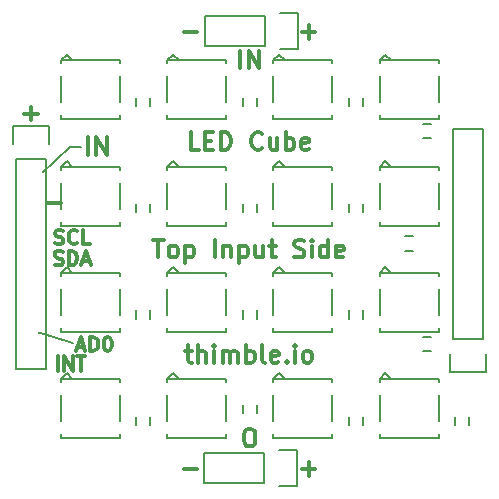
<source format=gbo>
G04 #@! TF.FileFunction,Legend,Top*
%FSLAX46Y46*%
G04 Gerber Fmt 4.6, Leading zero omitted, Abs format (unit mm)*
G04 Created by KiCad (PCBNEW 4.0.4-stable) date Fri Nov  4 09:48:08 2016*
%MOMM*%
%LPD*%
G01*
G04 APERTURE LIST*
%ADD10C,0.100000*%
%ADD11C,0.300000*%
%ADD12C,0.200000*%
%ADD13C,0.150000*%
%ADD14R,1.700000X1.100000*%
%ADD15C,2.032000*%
%ADD16R,1.727200X2.032000*%
%ADD17O,1.727200X2.032000*%
%ADD18R,0.750000X0.800000*%
%ADD19R,0.800000X0.750000*%
%ADD20R,2.032000X1.727200*%
%ADD21O,2.032000X1.727200*%
G04 APERTURE END LIST*
D10*
D11*
X147250285Y-133765857D02*
X147250285Y-132565857D01*
X147821714Y-133765857D02*
X147821714Y-132565857D01*
X148507429Y-133765857D01*
X148507429Y-132565857D01*
X148907429Y-132565857D02*
X149593143Y-132565857D01*
X149250286Y-133765857D02*
X149250286Y-132565857D01*
X158071428Y-132078571D02*
X158642857Y-132078571D01*
X158285714Y-131578571D02*
X158285714Y-132864286D01*
X158357142Y-133007143D01*
X158500000Y-133078571D01*
X158642857Y-133078571D01*
X159142857Y-133078571D02*
X159142857Y-131578571D01*
X159785714Y-133078571D02*
X159785714Y-132292857D01*
X159714285Y-132150000D01*
X159571428Y-132078571D01*
X159357143Y-132078571D01*
X159214285Y-132150000D01*
X159142857Y-132221429D01*
X160500000Y-133078571D02*
X160500000Y-132078571D01*
X160500000Y-131578571D02*
X160428571Y-131650000D01*
X160500000Y-131721429D01*
X160571428Y-131650000D01*
X160500000Y-131578571D01*
X160500000Y-131721429D01*
X161214286Y-133078571D02*
X161214286Y-132078571D01*
X161214286Y-132221429D02*
X161285714Y-132150000D01*
X161428572Y-132078571D01*
X161642857Y-132078571D01*
X161785714Y-132150000D01*
X161857143Y-132292857D01*
X161857143Y-133078571D01*
X161857143Y-132292857D02*
X161928572Y-132150000D01*
X162071429Y-132078571D01*
X162285714Y-132078571D01*
X162428572Y-132150000D01*
X162500000Y-132292857D01*
X162500000Y-133078571D01*
X163214286Y-133078571D02*
X163214286Y-131578571D01*
X163214286Y-132150000D02*
X163357143Y-132078571D01*
X163642857Y-132078571D01*
X163785714Y-132150000D01*
X163857143Y-132221429D01*
X163928572Y-132364286D01*
X163928572Y-132792857D01*
X163857143Y-132935714D01*
X163785714Y-133007143D01*
X163642857Y-133078571D01*
X163357143Y-133078571D01*
X163214286Y-133007143D01*
X164785715Y-133078571D02*
X164642857Y-133007143D01*
X164571429Y-132864286D01*
X164571429Y-131578571D01*
X165928571Y-133007143D02*
X165785714Y-133078571D01*
X165500000Y-133078571D01*
X165357143Y-133007143D01*
X165285714Y-132864286D01*
X165285714Y-132292857D01*
X165357143Y-132150000D01*
X165500000Y-132078571D01*
X165785714Y-132078571D01*
X165928571Y-132150000D01*
X166000000Y-132292857D01*
X166000000Y-132435714D01*
X165285714Y-132578571D01*
X166642857Y-132935714D02*
X166714285Y-133007143D01*
X166642857Y-133078571D01*
X166571428Y-133007143D01*
X166642857Y-132935714D01*
X166642857Y-133078571D01*
X167357143Y-133078571D02*
X167357143Y-132078571D01*
X167357143Y-131578571D02*
X167285714Y-131650000D01*
X167357143Y-131721429D01*
X167428571Y-131650000D01*
X167357143Y-131578571D01*
X167357143Y-131721429D01*
X168285715Y-133078571D02*
X168142857Y-133007143D01*
X168071429Y-132935714D01*
X168000000Y-132792857D01*
X168000000Y-132364286D01*
X168071429Y-132221429D01*
X168142857Y-132150000D01*
X168285715Y-132078571D01*
X168500000Y-132078571D01*
X168642857Y-132150000D01*
X168714286Y-132221429D01*
X168785715Y-132364286D01*
X168785715Y-132792857D01*
X168714286Y-132935714D01*
X168642857Y-133007143D01*
X168500000Y-133078571D01*
X168285715Y-133078571D01*
X155357143Y-122678571D02*
X156214286Y-122678571D01*
X155785715Y-124178571D02*
X155785715Y-122678571D01*
X156928572Y-124178571D02*
X156785714Y-124107143D01*
X156714286Y-124035714D01*
X156642857Y-123892857D01*
X156642857Y-123464286D01*
X156714286Y-123321429D01*
X156785714Y-123250000D01*
X156928572Y-123178571D01*
X157142857Y-123178571D01*
X157285714Y-123250000D01*
X157357143Y-123321429D01*
X157428572Y-123464286D01*
X157428572Y-123892857D01*
X157357143Y-124035714D01*
X157285714Y-124107143D01*
X157142857Y-124178571D01*
X156928572Y-124178571D01*
X158071429Y-123178571D02*
X158071429Y-124678571D01*
X158071429Y-123250000D02*
X158214286Y-123178571D01*
X158500000Y-123178571D01*
X158642857Y-123250000D01*
X158714286Y-123321429D01*
X158785715Y-123464286D01*
X158785715Y-123892857D01*
X158714286Y-124035714D01*
X158642857Y-124107143D01*
X158500000Y-124178571D01*
X158214286Y-124178571D01*
X158071429Y-124107143D01*
X160571429Y-124178571D02*
X160571429Y-122678571D01*
X161285715Y-123178571D02*
X161285715Y-124178571D01*
X161285715Y-123321429D02*
X161357143Y-123250000D01*
X161500001Y-123178571D01*
X161714286Y-123178571D01*
X161857143Y-123250000D01*
X161928572Y-123392857D01*
X161928572Y-124178571D01*
X162642858Y-123178571D02*
X162642858Y-124678571D01*
X162642858Y-123250000D02*
X162785715Y-123178571D01*
X163071429Y-123178571D01*
X163214286Y-123250000D01*
X163285715Y-123321429D01*
X163357144Y-123464286D01*
X163357144Y-123892857D01*
X163285715Y-124035714D01*
X163214286Y-124107143D01*
X163071429Y-124178571D01*
X162785715Y-124178571D01*
X162642858Y-124107143D01*
X164642858Y-123178571D02*
X164642858Y-124178571D01*
X164000001Y-123178571D02*
X164000001Y-123964286D01*
X164071429Y-124107143D01*
X164214287Y-124178571D01*
X164428572Y-124178571D01*
X164571429Y-124107143D01*
X164642858Y-124035714D01*
X165142858Y-123178571D02*
X165714287Y-123178571D01*
X165357144Y-122678571D02*
X165357144Y-123964286D01*
X165428572Y-124107143D01*
X165571430Y-124178571D01*
X165714287Y-124178571D01*
X167285715Y-124107143D02*
X167500001Y-124178571D01*
X167857144Y-124178571D01*
X168000001Y-124107143D01*
X168071430Y-124035714D01*
X168142858Y-123892857D01*
X168142858Y-123750000D01*
X168071430Y-123607143D01*
X168000001Y-123535714D01*
X167857144Y-123464286D01*
X167571430Y-123392857D01*
X167428572Y-123321429D01*
X167357144Y-123250000D01*
X167285715Y-123107143D01*
X167285715Y-122964286D01*
X167357144Y-122821429D01*
X167428572Y-122750000D01*
X167571430Y-122678571D01*
X167928572Y-122678571D01*
X168142858Y-122750000D01*
X168785715Y-124178571D02*
X168785715Y-123178571D01*
X168785715Y-122678571D02*
X168714286Y-122750000D01*
X168785715Y-122821429D01*
X168857143Y-122750000D01*
X168785715Y-122678571D01*
X168785715Y-122821429D01*
X170142858Y-124178571D02*
X170142858Y-122678571D01*
X170142858Y-124107143D02*
X170000001Y-124178571D01*
X169714287Y-124178571D01*
X169571429Y-124107143D01*
X169500001Y-124035714D01*
X169428572Y-123892857D01*
X169428572Y-123464286D01*
X169500001Y-123321429D01*
X169571429Y-123250000D01*
X169714287Y-123178571D01*
X170000001Y-123178571D01*
X170142858Y-123250000D01*
X171428572Y-124107143D02*
X171285715Y-124178571D01*
X171000001Y-124178571D01*
X170857144Y-124107143D01*
X170785715Y-123964286D01*
X170785715Y-123392857D01*
X170857144Y-123250000D01*
X171000001Y-123178571D01*
X171285715Y-123178571D01*
X171428572Y-123250000D01*
X171500001Y-123392857D01*
X171500001Y-123535714D01*
X170785715Y-123678571D01*
X159214286Y-115078571D02*
X158500000Y-115078571D01*
X158500000Y-113578571D01*
X159714286Y-114292857D02*
X160214286Y-114292857D01*
X160428572Y-115078571D02*
X159714286Y-115078571D01*
X159714286Y-113578571D01*
X160428572Y-113578571D01*
X161071429Y-115078571D02*
X161071429Y-113578571D01*
X161428572Y-113578571D01*
X161642857Y-113650000D01*
X161785715Y-113792857D01*
X161857143Y-113935714D01*
X161928572Y-114221429D01*
X161928572Y-114435714D01*
X161857143Y-114721429D01*
X161785715Y-114864286D01*
X161642857Y-115007143D01*
X161428572Y-115078571D01*
X161071429Y-115078571D01*
X164571429Y-114935714D02*
X164500000Y-115007143D01*
X164285714Y-115078571D01*
X164142857Y-115078571D01*
X163928572Y-115007143D01*
X163785714Y-114864286D01*
X163714286Y-114721429D01*
X163642857Y-114435714D01*
X163642857Y-114221429D01*
X163714286Y-113935714D01*
X163785714Y-113792857D01*
X163928572Y-113650000D01*
X164142857Y-113578571D01*
X164285714Y-113578571D01*
X164500000Y-113650000D01*
X164571429Y-113721429D01*
X165857143Y-114078571D02*
X165857143Y-115078571D01*
X165214286Y-114078571D02*
X165214286Y-114864286D01*
X165285714Y-115007143D01*
X165428572Y-115078571D01*
X165642857Y-115078571D01*
X165785714Y-115007143D01*
X165857143Y-114935714D01*
X166571429Y-115078571D02*
X166571429Y-113578571D01*
X166571429Y-114150000D02*
X166714286Y-114078571D01*
X167000000Y-114078571D01*
X167142857Y-114150000D01*
X167214286Y-114221429D01*
X167285715Y-114364286D01*
X167285715Y-114792857D01*
X167214286Y-114935714D01*
X167142857Y-115007143D01*
X167000000Y-115078571D01*
X166714286Y-115078571D01*
X166571429Y-115007143D01*
X168500000Y-115007143D02*
X168357143Y-115078571D01*
X168071429Y-115078571D01*
X167928572Y-115007143D01*
X167857143Y-114864286D01*
X167857143Y-114292857D01*
X167928572Y-114150000D01*
X168071429Y-114078571D01*
X168357143Y-114078571D01*
X168500000Y-114150000D01*
X168571429Y-114292857D01*
X168571429Y-114435714D01*
X167857143Y-114578571D01*
D12*
X148300000Y-114800000D02*
X149200000Y-114800000D01*
X145800000Y-117100000D02*
X148300000Y-114800000D01*
D11*
X148910857Y-131772000D02*
X149482286Y-131772000D01*
X148796572Y-132114857D02*
X149196572Y-130914857D01*
X149596572Y-132114857D01*
X149996571Y-132114857D02*
X149996571Y-130914857D01*
X150282286Y-130914857D01*
X150453714Y-130972000D01*
X150568000Y-131086286D01*
X150625143Y-131200571D01*
X150682286Y-131429143D01*
X150682286Y-131600571D01*
X150625143Y-131829143D01*
X150568000Y-131943429D01*
X150453714Y-132057714D01*
X150282286Y-132114857D01*
X149996571Y-132114857D01*
X151425143Y-130914857D02*
X151539428Y-130914857D01*
X151653714Y-130972000D01*
X151710857Y-131029143D01*
X151768000Y-131143429D01*
X151825143Y-131372000D01*
X151825143Y-131657714D01*
X151768000Y-131886286D01*
X151710857Y-132000571D01*
X151653714Y-132057714D01*
X151539428Y-132114857D01*
X151425143Y-132114857D01*
X151310857Y-132057714D01*
X151253714Y-132000571D01*
X151196571Y-131886286D01*
X151139428Y-131657714D01*
X151139428Y-131372000D01*
X151196571Y-131143429D01*
X151253714Y-131029143D01*
X151310857Y-130972000D01*
X151425143Y-130914857D01*
D12*
X145500000Y-130500000D02*
X148590000Y-131445000D01*
D11*
X147005857Y-124785714D02*
X147177286Y-124842857D01*
X147463000Y-124842857D01*
X147577286Y-124785714D01*
X147634429Y-124728571D01*
X147691572Y-124614286D01*
X147691572Y-124500000D01*
X147634429Y-124385714D01*
X147577286Y-124328571D01*
X147463000Y-124271429D01*
X147234429Y-124214286D01*
X147120143Y-124157143D01*
X147063000Y-124100000D01*
X147005857Y-123985714D01*
X147005857Y-123871429D01*
X147063000Y-123757143D01*
X147120143Y-123700000D01*
X147234429Y-123642857D01*
X147520143Y-123642857D01*
X147691572Y-123700000D01*
X148205857Y-124842857D02*
X148205857Y-123642857D01*
X148491572Y-123642857D01*
X148663000Y-123700000D01*
X148777286Y-123814286D01*
X148834429Y-123928571D01*
X148891572Y-124157143D01*
X148891572Y-124328571D01*
X148834429Y-124557143D01*
X148777286Y-124671429D01*
X148663000Y-124785714D01*
X148491572Y-124842857D01*
X148205857Y-124842857D01*
X149348714Y-124500000D02*
X149920143Y-124500000D01*
X149234429Y-124842857D02*
X149634429Y-123642857D01*
X150034429Y-124842857D01*
X147034428Y-122985714D02*
X147205857Y-123042857D01*
X147491571Y-123042857D01*
X147605857Y-122985714D01*
X147663000Y-122928571D01*
X147720143Y-122814286D01*
X147720143Y-122700000D01*
X147663000Y-122585714D01*
X147605857Y-122528571D01*
X147491571Y-122471429D01*
X147263000Y-122414286D01*
X147148714Y-122357143D01*
X147091571Y-122300000D01*
X147034428Y-122185714D01*
X147034428Y-122071429D01*
X147091571Y-121957143D01*
X147148714Y-121900000D01*
X147263000Y-121842857D01*
X147548714Y-121842857D01*
X147720143Y-121900000D01*
X148920143Y-122928571D02*
X148863000Y-122985714D01*
X148691571Y-123042857D01*
X148577285Y-123042857D01*
X148405857Y-122985714D01*
X148291571Y-122871429D01*
X148234428Y-122757143D01*
X148177285Y-122528571D01*
X148177285Y-122357143D01*
X148234428Y-122128571D01*
X148291571Y-122014286D01*
X148405857Y-121900000D01*
X148577285Y-121842857D01*
X148691571Y-121842857D01*
X148863000Y-121900000D01*
X148920143Y-121957143D01*
X150005857Y-123042857D02*
X149434428Y-123042857D01*
X149434428Y-121842857D01*
X163357143Y-138678571D02*
X163642857Y-138678571D01*
X163785715Y-138750000D01*
X163928572Y-138892857D01*
X164000000Y-139178571D01*
X164000000Y-139678571D01*
X163928572Y-139964286D01*
X163785715Y-140107143D01*
X163642857Y-140178571D01*
X163357143Y-140178571D01*
X163214286Y-140107143D01*
X163071429Y-139964286D01*
X163000000Y-139678571D01*
X163000000Y-139178571D01*
X163071429Y-138892857D01*
X163214286Y-138750000D01*
X163357143Y-138678571D01*
X147571428Y-119592857D02*
X146428571Y-119592857D01*
X167928572Y-142107143D02*
X169071429Y-142107143D01*
X168500000Y-142678571D02*
X168500000Y-141535714D01*
X157928572Y-142107143D02*
X159071429Y-142107143D01*
X149814286Y-115478571D02*
X149814286Y-113978571D01*
X150528572Y-115478571D02*
X150528572Y-113978571D01*
X151385715Y-115478571D01*
X151385715Y-113978571D01*
X145007143Y-112571428D02*
X145007143Y-111428571D01*
X145578571Y-112000000D02*
X144435714Y-112000000D01*
X167928572Y-105107143D02*
X169071429Y-105107143D01*
X168500000Y-105678571D02*
X168500000Y-104535714D01*
X157928572Y-105107143D02*
X159071429Y-105107143D01*
X162714286Y-108178571D02*
X162714286Y-106678571D01*
X163428572Y-108178571D02*
X163428572Y-106678571D01*
X164285715Y-108178571D01*
X164285715Y-106678571D01*
D13*
X175000000Y-125000000D02*
X175500000Y-125500000D01*
X174500000Y-125500000D02*
X175000000Y-125000000D01*
X174500000Y-125500000D02*
X174500000Y-130500000D01*
X179500000Y-125500000D02*
X174500000Y-125500000D01*
X179500000Y-130500000D02*
X179500000Y-125500000D01*
X174500000Y-130500000D02*
X179500000Y-130500000D01*
X175000000Y-107000000D02*
X175500000Y-107500000D01*
X174500000Y-107500000D02*
X175000000Y-107000000D01*
X174500000Y-107500000D02*
X174500000Y-112500000D01*
X179500000Y-107500000D02*
X174500000Y-107500000D01*
X179500000Y-112500000D02*
X179500000Y-107500000D01*
X174500000Y-112500000D02*
X179500000Y-112500000D01*
X166000000Y-107000000D02*
X166500000Y-107500000D01*
X165500000Y-107500000D02*
X166000000Y-107000000D01*
X165500000Y-107500000D02*
X165500000Y-112500000D01*
X170500000Y-107500000D02*
X165500000Y-107500000D01*
X170500000Y-112500000D02*
X170500000Y-107500000D01*
X165500000Y-112500000D02*
X170500000Y-112500000D01*
X157000000Y-107000000D02*
X157500000Y-107500000D01*
X156500000Y-107500000D02*
X157000000Y-107000000D01*
X156500000Y-107500000D02*
X156500000Y-112500000D01*
X161500000Y-107500000D02*
X156500000Y-107500000D01*
X161500000Y-112500000D02*
X161500000Y-107500000D01*
X156500000Y-112500000D02*
X161500000Y-112500000D01*
X148000000Y-107000000D02*
X148500000Y-107500000D01*
X147500000Y-107500000D02*
X148000000Y-107000000D01*
X147500000Y-107500000D02*
X147500000Y-112500000D01*
X152500000Y-107500000D02*
X147500000Y-107500000D01*
X152500000Y-112500000D02*
X152500000Y-107500000D01*
X147500000Y-112500000D02*
X152500000Y-112500000D01*
X164730000Y-140730000D02*
X159650000Y-140730000D01*
X159650000Y-140730000D02*
X159650000Y-143270000D01*
X159650000Y-143270000D02*
X164730000Y-143270000D01*
X167550000Y-143550000D02*
X166000000Y-143550000D01*
X164730000Y-143270000D02*
X164730000Y-140730000D01*
X166000000Y-140450000D02*
X167550000Y-140450000D01*
X167550000Y-140450000D02*
X167550000Y-143550000D01*
X164810000Y-103730000D02*
X159730000Y-103730000D01*
X159730000Y-103730000D02*
X159730000Y-106270000D01*
X159730000Y-106270000D02*
X164810000Y-106270000D01*
X167630000Y-106550000D02*
X166080000Y-106550000D01*
X164810000Y-106270000D02*
X164810000Y-103730000D01*
X166080000Y-103450000D02*
X167630000Y-103450000D01*
X167630000Y-103450000D02*
X167630000Y-106550000D01*
X153900000Y-111350000D02*
X153900000Y-110650000D01*
X155100000Y-110650000D02*
X155100000Y-111350000D01*
X148000000Y-116000000D02*
X148500000Y-116500000D01*
X147500000Y-116500000D02*
X148000000Y-116000000D01*
X147500000Y-116500000D02*
X147500000Y-121500000D01*
X152500000Y-116500000D02*
X147500000Y-116500000D01*
X152500000Y-121500000D02*
X152500000Y-116500000D01*
X147500000Y-121500000D02*
X152500000Y-121500000D01*
X157000000Y-116000000D02*
X157500000Y-116500000D01*
X156500000Y-116500000D02*
X157000000Y-116000000D01*
X156500000Y-116500000D02*
X156500000Y-121500000D01*
X161500000Y-116500000D02*
X156500000Y-116500000D01*
X161500000Y-121500000D02*
X161500000Y-116500000D01*
X156500000Y-121500000D02*
X161500000Y-121500000D01*
X166000000Y-116000000D02*
X166500000Y-116500000D01*
X165500000Y-116500000D02*
X166000000Y-116000000D01*
X165500000Y-116500000D02*
X165500000Y-121500000D01*
X170500000Y-116500000D02*
X165500000Y-116500000D01*
X170500000Y-121500000D02*
X170500000Y-116500000D01*
X165500000Y-121500000D02*
X170500000Y-121500000D01*
X175000000Y-116000000D02*
X175500000Y-116500000D01*
X174500000Y-116500000D02*
X175000000Y-116000000D01*
X174500000Y-116500000D02*
X174500000Y-121500000D01*
X179500000Y-116500000D02*
X174500000Y-116500000D01*
X179500000Y-121500000D02*
X179500000Y-116500000D01*
X174500000Y-121500000D02*
X179500000Y-121500000D01*
X148000000Y-125000000D02*
X148500000Y-125500000D01*
X147500000Y-125500000D02*
X148000000Y-125000000D01*
X147500000Y-125500000D02*
X147500000Y-130500000D01*
X152500000Y-125500000D02*
X147500000Y-125500000D01*
X152500000Y-130500000D02*
X152500000Y-125500000D01*
X147500000Y-130500000D02*
X152500000Y-130500000D01*
X157000000Y-125000000D02*
X157500000Y-125500000D01*
X156500000Y-125500000D02*
X157000000Y-125000000D01*
X156500000Y-125500000D02*
X156500000Y-130500000D01*
X161500000Y-125500000D02*
X156500000Y-125500000D01*
X161500000Y-130500000D02*
X161500000Y-125500000D01*
X156500000Y-130500000D02*
X161500000Y-130500000D01*
X166000000Y-125000000D02*
X166500000Y-125500000D01*
X165500000Y-125500000D02*
X166000000Y-125000000D01*
X165500000Y-125500000D02*
X165500000Y-130500000D01*
X170500000Y-125500000D02*
X165500000Y-125500000D01*
X170500000Y-130500000D02*
X170500000Y-125500000D01*
X165500000Y-130500000D02*
X170500000Y-130500000D01*
X148000000Y-134000000D02*
X148500000Y-134500000D01*
X147500000Y-134500000D02*
X148000000Y-134000000D01*
X147500000Y-134500000D02*
X147500000Y-139500000D01*
X152500000Y-134500000D02*
X147500000Y-134500000D01*
X152500000Y-139500000D02*
X152500000Y-134500000D01*
X147500000Y-139500000D02*
X152500000Y-139500000D01*
X157000000Y-134000000D02*
X157500000Y-134500000D01*
X156500000Y-134500000D02*
X157000000Y-134000000D01*
X156500000Y-134500000D02*
X156500000Y-139500000D01*
X161500000Y-134500000D02*
X156500000Y-134500000D01*
X161500000Y-139500000D02*
X161500000Y-134500000D01*
X156500000Y-139500000D02*
X161500000Y-139500000D01*
X166000000Y-134000000D02*
X166500000Y-134500000D01*
X165500000Y-134500000D02*
X166000000Y-134000000D01*
X165500000Y-134500000D02*
X165500000Y-139500000D01*
X170500000Y-134500000D02*
X165500000Y-134500000D01*
X170500000Y-139500000D02*
X170500000Y-134500000D01*
X165500000Y-139500000D02*
X170500000Y-139500000D01*
X175000000Y-134000000D02*
X175500000Y-134500000D01*
X174500000Y-134500000D02*
X175000000Y-134000000D01*
X174500000Y-134500000D02*
X174500000Y-139500000D01*
X179500000Y-134500000D02*
X174500000Y-134500000D01*
X179500000Y-139500000D02*
X179500000Y-134500000D01*
X174500000Y-139500000D02*
X179500000Y-139500000D01*
X162900000Y-111350000D02*
X162900000Y-110650000D01*
X164100000Y-110650000D02*
X164100000Y-111350000D01*
X171900000Y-111350000D02*
X171900000Y-110650000D01*
X173100000Y-110650000D02*
X173100000Y-111350000D01*
X153900000Y-120350000D02*
X153900000Y-119650000D01*
X155100000Y-119650000D02*
X155100000Y-120350000D01*
X162900000Y-120350000D02*
X162900000Y-119650000D01*
X164100000Y-119650000D02*
X164100000Y-120350000D01*
X171900000Y-120350000D02*
X171900000Y-119650000D01*
X173100000Y-119650000D02*
X173100000Y-120350000D01*
X177350000Y-123600000D02*
X176650000Y-123600000D01*
X176650000Y-122400000D02*
X177350000Y-122400000D01*
X153900000Y-129350000D02*
X153900000Y-128650000D01*
X155100000Y-128650000D02*
X155100000Y-129350000D01*
X162900000Y-129350000D02*
X162900000Y-128650000D01*
X164100000Y-128650000D02*
X164100000Y-129350000D01*
X171900000Y-129350000D02*
X171900000Y-128650000D01*
X173100000Y-128650000D02*
X173100000Y-129350000D01*
X178850000Y-132100000D02*
X178150000Y-132100000D01*
X178150000Y-130900000D02*
X178850000Y-130900000D01*
X153900000Y-138350000D02*
X153900000Y-137650000D01*
X155100000Y-137650000D02*
X155100000Y-138350000D01*
X162900000Y-137350000D02*
X162900000Y-136650000D01*
X164100000Y-136650000D02*
X164100000Y-137350000D01*
X171900000Y-138350000D02*
X171900000Y-137650000D01*
X173100000Y-137650000D02*
X173100000Y-138350000D01*
X180900000Y-138350000D02*
X180900000Y-137650000D01*
X182100000Y-137650000D02*
X182100000Y-138350000D01*
X178850000Y-114100000D02*
X178150000Y-114100000D01*
X178150000Y-112900000D02*
X178850000Y-112900000D01*
X146270000Y-115880000D02*
X146270000Y-133660000D01*
X146270000Y-133660000D02*
X143730000Y-133660000D01*
X143730000Y-133660000D02*
X143730000Y-115880000D01*
X146550000Y-113060000D02*
X146550000Y-114610000D01*
X146270000Y-115880000D02*
X143730000Y-115880000D01*
X143450000Y-114610000D02*
X143450000Y-113060000D01*
X143450000Y-113060000D02*
X146550000Y-113060000D01*
X180730000Y-131080000D02*
X180730000Y-113300000D01*
X180730000Y-113300000D02*
X183270000Y-113300000D01*
X183270000Y-113300000D02*
X183270000Y-131080000D01*
X180450000Y-133900000D02*
X180450000Y-132350000D01*
X180730000Y-131080000D02*
X183270000Y-131080000D01*
X183550000Y-132350000D02*
X183550000Y-133900000D01*
X183550000Y-133900000D02*
X180450000Y-133900000D01*
%LPC*%
D14*
X179450000Y-129650000D03*
X179450000Y-126350000D03*
X174550000Y-126350000D03*
X174550000Y-129650000D03*
X179450000Y-111650000D03*
X179450000Y-108350000D03*
X174550000Y-108350000D03*
X174550000Y-111650000D03*
X170450000Y-111650000D03*
X170450000Y-108350000D03*
X165550000Y-108350000D03*
X165550000Y-111650000D03*
X161450000Y-111650000D03*
X161450000Y-108350000D03*
X156550000Y-108350000D03*
X156550000Y-111650000D03*
X152450000Y-111650000D03*
X152450000Y-108350000D03*
X147550000Y-108350000D03*
X147550000Y-111650000D03*
D15*
X171000000Y-142000000D03*
X173540000Y-142000000D03*
X176080000Y-142000000D03*
D16*
X166000000Y-142000000D03*
D17*
X163460000Y-142000000D03*
X160920000Y-142000000D03*
D16*
X166080000Y-105000000D03*
D17*
X163540000Y-105000000D03*
X161000000Y-105000000D03*
D18*
X154500000Y-111750000D03*
X154500000Y-110250000D03*
D14*
X152450000Y-120650000D03*
X152450000Y-117350000D03*
X147550000Y-117350000D03*
X147550000Y-120650000D03*
X161450000Y-120650000D03*
X161450000Y-117350000D03*
X156550000Y-117350000D03*
X156550000Y-120650000D03*
X170450000Y-120650000D03*
X170450000Y-117350000D03*
X165550000Y-117350000D03*
X165550000Y-120650000D03*
X179450000Y-120650000D03*
X179450000Y-117350000D03*
X174550000Y-117350000D03*
X174550000Y-120650000D03*
X152450000Y-129650000D03*
X152450000Y-126350000D03*
X147550000Y-126350000D03*
X147550000Y-129650000D03*
X161450000Y-129650000D03*
X161450000Y-126350000D03*
X156550000Y-126350000D03*
X156550000Y-129650000D03*
X170450000Y-129650000D03*
X170450000Y-126350000D03*
X165550000Y-126350000D03*
X165550000Y-129650000D03*
X152450000Y-138650000D03*
X152450000Y-135350000D03*
X147550000Y-135350000D03*
X147550000Y-138650000D03*
X161450000Y-138650000D03*
X161450000Y-135350000D03*
X156550000Y-135350000D03*
X156550000Y-138650000D03*
X170450000Y-138650000D03*
X170450000Y-135350000D03*
X165550000Y-135350000D03*
X165550000Y-138650000D03*
X179450000Y-138650000D03*
X179450000Y-135350000D03*
X174550000Y-135350000D03*
X174550000Y-138650000D03*
D18*
X163500000Y-111750000D03*
X163500000Y-110250000D03*
X172500000Y-111750000D03*
X172500000Y-110250000D03*
X154500000Y-120750000D03*
X154500000Y-119250000D03*
X163500000Y-120750000D03*
X163500000Y-119250000D03*
X172500000Y-120750000D03*
X172500000Y-119250000D03*
D19*
X177750000Y-123000000D03*
X176250000Y-123000000D03*
D18*
X154500000Y-129750000D03*
X154500000Y-128250000D03*
X163500000Y-129750000D03*
X163500000Y-128250000D03*
X172500000Y-129750000D03*
X172500000Y-128250000D03*
D19*
X179250000Y-131500000D03*
X177750000Y-131500000D03*
D18*
X154500000Y-138750000D03*
X154500000Y-137250000D03*
X163500000Y-137750000D03*
X163500000Y-136250000D03*
X172500000Y-138750000D03*
X172500000Y-137250000D03*
X181500000Y-138750000D03*
X181500000Y-137250000D03*
D19*
X179250000Y-113500000D03*
X177750000Y-113500000D03*
D15*
X150960000Y-142000000D03*
X153500000Y-142000000D03*
X156040000Y-142000000D03*
X150960000Y-105000000D03*
X153500000Y-105000000D03*
X156040000Y-105000000D03*
X170960000Y-105000000D03*
X173500000Y-105000000D03*
X176040000Y-105000000D03*
D20*
X145000000Y-114610000D03*
D21*
X145000000Y-117150000D03*
X145000000Y-119690000D03*
X145000000Y-122230000D03*
X145000000Y-124770000D03*
X145000000Y-127310000D03*
X145000000Y-129850000D03*
X145000000Y-132390000D03*
D20*
X182000000Y-132350000D03*
D21*
X182000000Y-129810000D03*
X182000000Y-127270000D03*
X182000000Y-124730000D03*
X182000000Y-122190000D03*
X182000000Y-119650000D03*
X182000000Y-117110000D03*
X182000000Y-114570000D03*
M02*

</source>
